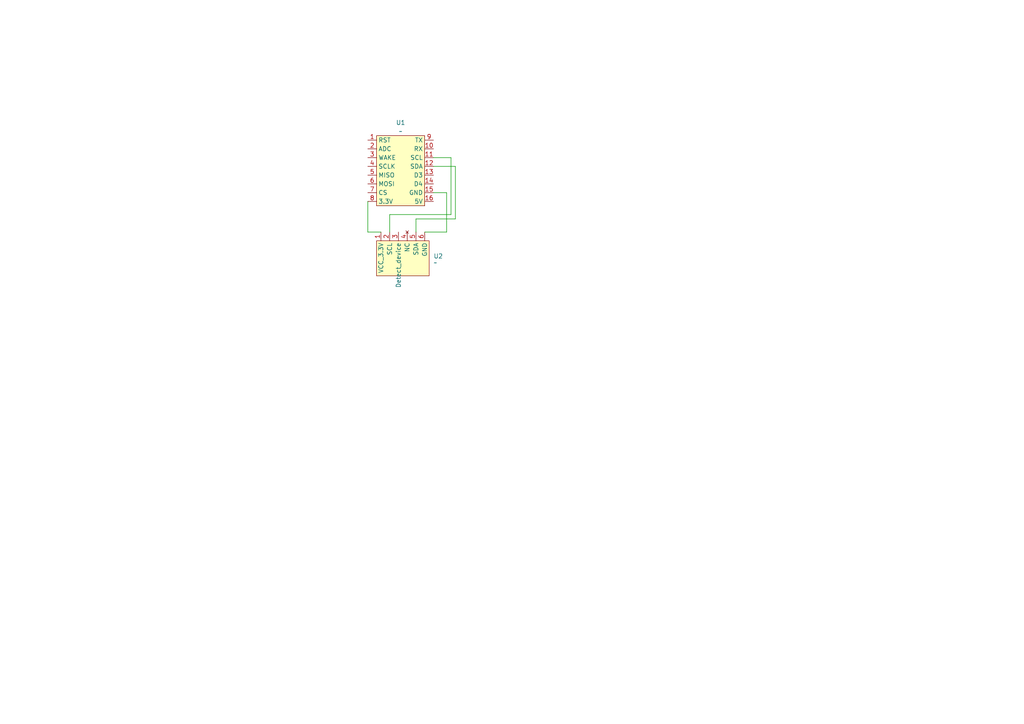
<source format=kicad_sch>
(kicad_sch (version 20231120) (generator "eeschema") (generator_version "8.0")
  (paper "A4")
  (lib_symbols
    (symbol "Symbols_cez:WeMos_D1_Mini"
      (property "Reference" "U" (at 8.89 -19.05 0))
      (symbol "WeMos_D1_Mini_0_1"
        (rectangle (start 1.27 2.54) (end 15.24 -17.78) (fill (type background)))
      )
      (symbol "WeMos_D1_Mini_1_1"
        (pin passive line (at -1.27 1.27 0) (length 2.54) (name "RST") (number "1"))
        (pin passive line (at 17.78 -1.27 180) (length 2.54) (name "RX") (number "10"))
        (pin passive line (at 17.78 -3.81 180) (length 2.54) (name "SCL") (number "11"))
        (pin passive line (at 17.78 -6.35 180) (length 2.54) (name "SDA") (number "12"))
        (pin passive line (at 17.78 -8.89 180) (length 2.54) (name "D3") (number "13"))
        (pin passive line (at 17.78 -11.43 180) (length 2.54) (name "D4") (number "14"))
        (pin passive line (at 17.78 -13.97 180) (length 2.54) (name "GND") (number "15"))
        (pin passive line (at 17.78 -16.51 180) (length 2.54) (name "5V") (number "16"))
        (pin passive line (at -1.27 -1.27 0) (length 2.54) (name "ADC") (number "2"))
        (pin passive line (at -1.27 -3.81 0) (length 2.54) (name "WAKE") (number "3"))
        (pin passive line (at -1.27 -6.35 0) (length 2.54) (name "SCLK") (number "4"))
        (pin passive line (at -1.27 -8.89 0) (length 2.54) (name "MISO") (number "5"))
        (pin passive line (at -1.27 -11.43 0) (length 2.54) (name "MOSI") (number "6"))
        (pin passive line (at -1.27 -13.97 0) (length 2.54) (name "CS") (number "7"))
        (pin passive line (at -1.27 -16.51 0) (length 2.54) (name "3.3V") (number "8"))
        (pin passive line (at 17.78 1.27 180) (length 2.54) (name "TX") (number "9"))
      )
    )
    (symbol "Symbols_cez:Wii_nunchuk"
      (property "Reference" "U" (at -1.778 -3.048 0))
      (symbol "Wii_nunchuk_1_1"
        (rectangle (start 0 11.43) (end 10.16 -3.81) (fill (type background)))
        (pin power_in line (at 12.7 10.16 180) (length 2.54) (name "VCC_3.3V") (number "1"))
        (pin passive line (at 12.7 7.62 180) (length 2.54) (name "SCL") (number "2"))
        (pin passive line (at 12.7 5.08 180) (length 2.54) (name "Detect_device") (number "3"))
        (pin no_connect line (at 12.7 2.54 180) (length 2.54) (name "NC") (number "4"))
        (pin passive line (at 12.7 0 180) (length 2.54) (name "SDA") (number "5"))
        (pin passive line (at 12.7 -2.54 180) (length 2.54) (name "GND") (number "6"))
      )
    )
  )
  (wire (pts (xy 125.73 45.72) (xy 130.81 45.72)))
  (wire (pts (xy 132.08 48.26) (xy 125.73 48.26)))
  (wire (pts (xy 129.54 55.88) (xy 125.73 55.88)))
  (wire (pts (xy 132.08 63.5) (xy 132.08 48.26)))
  (wire (pts (xy 120.65 67.31) (xy 120.65 63.5)))
  (wire (pts (xy 123.19 67.31) (xy 129.54 67.31)))
  (wire (pts (xy 130.81 62.23) (xy 113.03 62.23)))
  (wire (pts (xy 106.68 67.31) (xy 110.49 67.31)))
  (wire (pts (xy 130.81 45.72) (xy 130.81 62.23)))
  (wire (pts (xy 120.65 63.5) (xy 132.08 63.5)))
  (wire (pts (xy 113.03 62.23) (xy 113.03 67.31)))
  (wire (pts (xy 129.54 67.31) (xy 129.54 55.88)))
  (wire (pts (xy 106.68 58.42) (xy 106.68 67.31)))
  (symbol (lib_id "Symbols_cez:WeMos_D1_Mini") (at 107.95 41.91 0) (unit 1)
    (property "Reference" "U1" (at 116.205 35.56 0))
    (property "Value" "~" (at 116.205 38.1 0))
    (property "Footprint" "Footprints_cez:WeMos D1 Mini" (effects (hide yes)))
  )
  (symbol (lib_id "Symbols_cez:Wii_nunchuk") (at 120.65 80.01 90) (unit 1)
    (property "Reference" "U2" (at 125.73 74.2949 90) (effects (justify right)))
    (property "Value" "~" (at 125.73 76.2 90) (effects (justify right)))
    (property "Footprint" "Footprints_cez:CONN_WII" (effects (hide yes)))
  )
)
</source>
